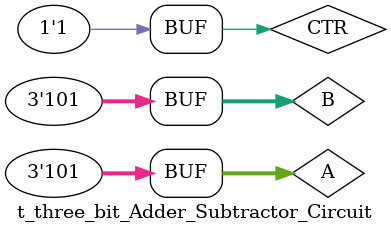
<source format=v>

/*
Write HDL code for 3-bit Adder-Subtractor Circuit and test it with the following values 

A = 101    B = 011 Operation - Addition
A = 101    B = 011 Operation - Subtraction
A = 011    B = 101 Operation - Subtraction

A = 111    B = 000 Operation - Addition
A = 111    B = 000 Operation - Subtraction
A = 000    B = 111 Operation - Subtraction

A = 101    B = 101 Operation - Addition
A = 101    B = 101 Operation - Subtraction

*/

module HalfAdder (
    output S, C,
    input A, B
);
    xor (S, A, B);
    and (C, A, B);
endmodule 



module FullAdder (
    output S, C_out,
    input A, B, C_in
);
    wire P, G1, G2; 
    HalfAdder hf1 (P, G1, A, B);
    HalfAdder hf2 (S, G2, P, C_in);
    or g1 (C_out, G1, G2); 
endmodule 


module Adder_Subtractor_Circuit_Unit (
    output Sum, Carry,
    input A, B, prev_Carry, CTR // total 4 ta input
);
    wire xor_to_FA;

    xor g1 (xor_to_FA, B, CTR);
    FullAdder g2 (Sum, Carry, A, xor_to_FA, CTR);
    
endmodule


module three_bit_Adder_Subtractor_Circuit (
    output [2:0] SUM,
    output C, V,
    input [2:0] A, B,
    input CTR
);
    wire c1, c2, c3;

    Adder_Subtractor_Circuit_Unit u0 (SUM[0], c1, A[0], B[0], CTR, CTR );
    Adder_Subtractor_Circuit_Unit u1 (SUM[1], c2, A[1], B[1], c1 , CTR );
    Adder_Subtractor_Circuit_Unit u2 (SUM[2], c3, A[2], B[2], c2 , CTR );
    
    xor jani_na_ei_gate_er_kaj_ki (V, c3, c2); // ei gate ki korche ?????
    assign C = c3; // formality
endmodule


module t_three_bit_Adder_Subtractor_Circuit;

    wire [2:0] S;
    wire C, V;
    reg [2:0] A, B;
    reg CTR;

    three_bit_Adder_Subtractor_Circuit tbASC (S, C, V, A, B, CTR);

    initial begin
        $dumpfile("three_bit_Adder_Subtractor_Circuit.vcd");
        $dumpvars(0, t_three_bit_Adder_Subtractor_Circuit);

            A = 3'b000; B = 3'b000; CTR = 1'b0;
        #20 A = 3'b101; B = 3'b011; CTR = 1'b0;
        #20 A = 3'b101; B = 3'b011; CTR = 1'b1;
        #20 A = 3'b011; B = 3'b101; CTR = 1'b1;
        #20 A = 3'b111; B = 3'b000; CTR = 1'b0;
        #20 A = 3'b111; B = 3'b000; CTR = 1'b1;
        #20 A = 3'b000; B = 3'b111; CTR = 1'b1;
        #20 A = 3'b101; B = 3'b101; CTR = 1'b0;
        #20 A = 3'b101; B = 3'b101; CTR = 1'b1;
        
    end

    // initial $monitor 
    
endmodule
</source>
